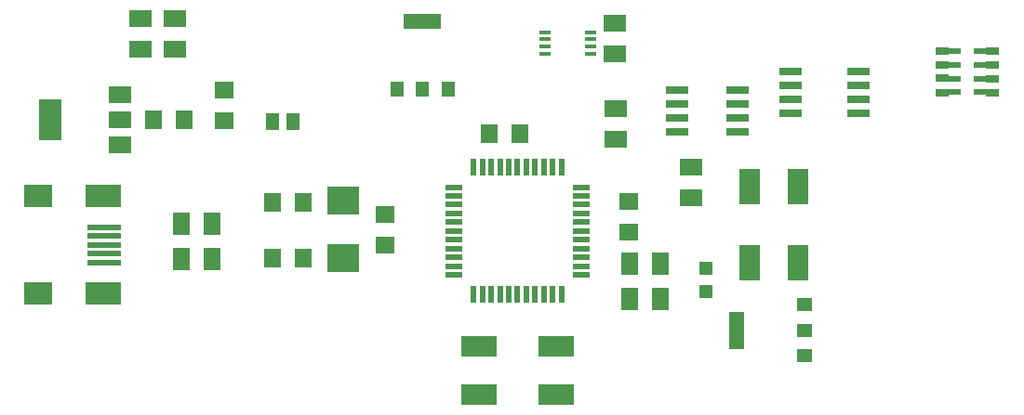
<source format=gtp>
G75*
%MOIN*%
%OFA0B0*%
%FSLAX24Y24*%
%IPPOS*%
%LPD*%
%AMOC8*
5,1,8,0,0,1.08239X$1,22.5*
%
%ADD10R,0.0512X0.0591*%
%ADD11R,0.0709X0.0630*%
%ADD12R,0.0197X0.0591*%
%ADD13R,0.0591X0.0197*%
%ADD14R,0.1250X0.0750*%
%ADD15R,0.0630X0.0709*%
%ADD16R,0.0710X0.0630*%
%ADD17R,0.1181X0.0984*%
%ADD18R,0.0984X0.0787*%
%ADD19R,0.1299X0.0787*%
%ADD20R,0.1220X0.0197*%
%ADD21R,0.0630X0.0787*%
%ADD22R,0.0790X0.0590*%
%ADD23R,0.0790X0.1500*%
%ADD24R,0.0750X0.1250*%
%ADD25R,0.0787X0.0630*%
%ADD26R,0.0800X0.0260*%
%ADD27R,0.0551X0.0472*%
%ADD28R,0.0551X0.1378*%
%ADD29R,0.0472X0.0551*%
%ADD30R,0.1378X0.0551*%
%ADD31R,0.0394X0.0177*%
%ADD32R,0.0472X0.0197*%
%ADD33R,0.0500X0.0250*%
%ADD34R,0.0472X0.0472*%
D10*
X012306Y010989D03*
X013054Y010989D03*
D11*
X010600Y011017D03*
X010600Y012120D03*
X025100Y008120D03*
X025100Y007017D03*
D12*
X022675Y004785D03*
X022360Y004785D03*
X022045Y004785D03*
X021730Y004785D03*
X021415Y004785D03*
X021100Y004785D03*
X020785Y004785D03*
X020470Y004785D03*
X020155Y004785D03*
X019840Y004785D03*
X019525Y004785D03*
X019525Y009352D03*
X019840Y009352D03*
X020155Y009352D03*
X020470Y009352D03*
X020785Y009352D03*
X021100Y009352D03*
X021415Y009352D03*
X021730Y009352D03*
X022045Y009352D03*
X022360Y009352D03*
X022675Y009352D03*
D13*
X023383Y008643D03*
X023383Y008328D03*
X023383Y008014D03*
X023383Y007699D03*
X023383Y007384D03*
X023383Y007069D03*
X023383Y006754D03*
X023383Y006439D03*
X023383Y006124D03*
X023383Y005809D03*
X023383Y005494D03*
X018817Y005494D03*
X018817Y005809D03*
X018817Y006124D03*
X018817Y006439D03*
X018817Y006754D03*
X018817Y007069D03*
X018817Y007384D03*
X018817Y007699D03*
X018817Y008014D03*
X018817Y008328D03*
X018817Y008643D03*
D14*
X019725Y002944D03*
X019725Y001194D03*
X022475Y001194D03*
X022475Y002944D03*
D15*
X013411Y006109D03*
X012309Y006109D03*
X012309Y008109D03*
X013411Y008109D03*
X009151Y011069D03*
X008049Y011069D03*
X020074Y010549D03*
X021176Y010549D03*
D16*
X016360Y007668D03*
X016360Y006549D03*
D17*
X014860Y006099D03*
X014860Y008158D03*
D18*
X003919Y004817D03*
X003919Y008321D03*
D19*
X006242Y008321D03*
X006242Y004817D03*
D20*
X006281Y005939D03*
X006281Y006254D03*
X006281Y006569D03*
X006281Y006884D03*
X006281Y007199D03*
D21*
X009049Y007319D03*
X010151Y007319D03*
X010151Y006069D03*
X009049Y006069D03*
X025109Y005909D03*
X026211Y005909D03*
X026211Y004629D03*
X025109Y004629D03*
D22*
X006840Y010179D03*
X006840Y011079D03*
X006840Y011979D03*
D23*
X004360Y011069D03*
D24*
X029415Y008664D03*
X031165Y008664D03*
X031165Y005914D03*
X029415Y005914D03*
D25*
X027320Y008257D03*
X027320Y009360D03*
X024620Y010377D03*
X024620Y011480D03*
X024580Y013437D03*
X024580Y014540D03*
X008820Y014700D03*
X008820Y013597D03*
X007580Y013597D03*
X007580Y014700D03*
D26*
X026830Y012129D03*
X026830Y011629D03*
X026830Y011129D03*
X026830Y010629D03*
X029000Y010629D03*
X029000Y011129D03*
X029000Y011629D03*
X029000Y012129D03*
X030890Y012309D03*
X030890Y011809D03*
X030890Y011309D03*
X030890Y012809D03*
X033310Y012809D03*
X033310Y012309D03*
X033310Y011809D03*
X033310Y011309D03*
D27*
X031400Y004418D03*
X031400Y003509D03*
X031400Y002599D03*
D28*
X028960Y003509D03*
D29*
X018610Y012169D03*
X017700Y012169D03*
X016790Y012169D03*
D30*
X017700Y014609D03*
D31*
X022093Y014212D03*
X022093Y013957D03*
X022093Y013701D03*
X022093Y013445D03*
X023707Y013445D03*
X023707Y013701D03*
X023707Y013957D03*
X023707Y014212D03*
D32*
X036748Y013527D03*
X036748Y013035D03*
X036748Y012543D03*
X036748Y012050D03*
X037692Y012050D03*
X037692Y012543D03*
X037692Y013035D03*
X037692Y013527D03*
D33*
X038131Y013524D03*
X038126Y013027D03*
X038125Y012546D03*
X038122Y012041D03*
X036329Y012040D03*
X036322Y012549D03*
X036316Y013029D03*
X036320Y013527D03*
D34*
X027860Y005722D03*
X027860Y004895D03*
M02*

</source>
